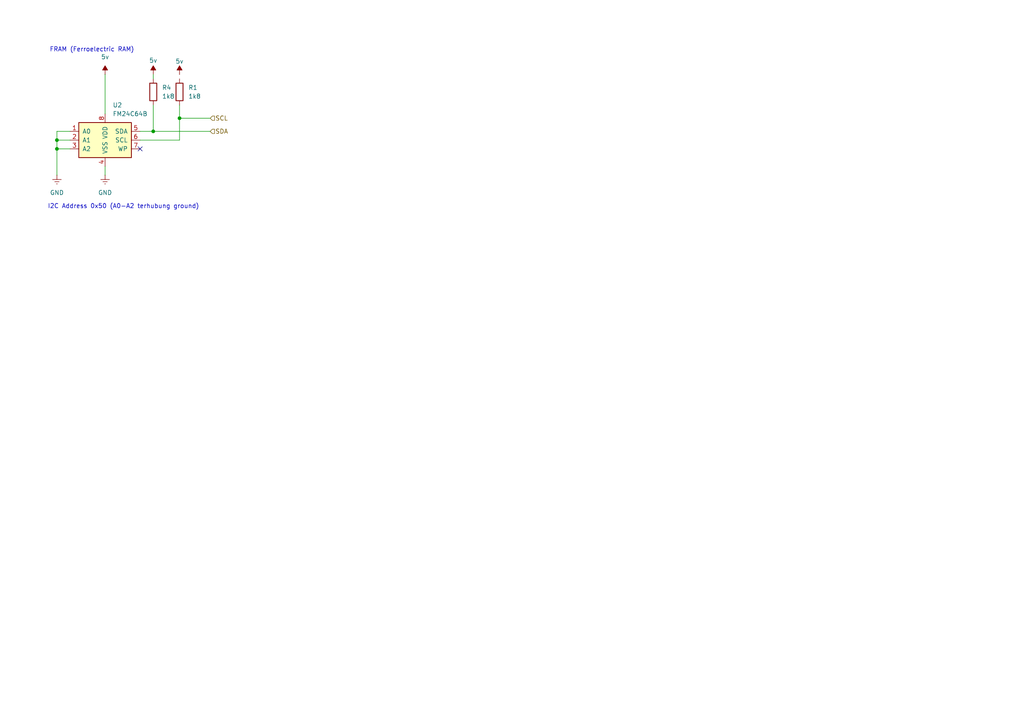
<source format=kicad_sch>
(kicad_sch (version 20231120) (generator "eeschema") (generator_version "8.0")
  (paper "A4")
  (lib_symbols
    (symbol "Device:R" (pin_numbers hide) (pin_names (offset 0))
      (property "Reference" "R" (at 2.032 0 90))
      (property "Value" "R" (at 0 0 90))
      (symbol "R_0_1"
        (rectangle (start -1.016 -2.54) (end 1.016 2.54) (stroke (width 0.254)))
      )
      (symbol "R_1_1"
        (pin passive line (at 0 3.81 270) (length 1.27) (name "~") (number "1"))
        (pin passive line (at 0 -3.81 90) (length 1.27) (name "~") (number "2"))
      )
    )
    (symbol "Memory_NVRAM:FM24C64B" (pin_names (offset 1.016))
      (property "Reference" "U" (at -5.08 8.89 0))
      (property "Value" "FM24C64B" (at 6.35 -8.89 0))
      (symbol "FM24C64B_0_1"
        (rectangle (start -7.62 5.08) (end 7.62 -5.08) (stroke (width 0.254)) (fill (type background)))
      )
      (symbol "FM24C64B_1_1"
        (pin input line (at -10.16 2.54 0) (length 2.54) (name "A0") (number "1"))
        (pin input line (at -10.16 0 0) (length 2.54) (name "A1") (number "2"))
        (pin input line (at -10.16 -2.54 0) (length 2.54) (name "A2") (number "3"))
        (pin power_in line (at 0 -7.62 90) (length 2.54) (name "VSS") (number "4"))
        (pin bidirectional line (at 10.16 2.54 180) (length 2.54) (name "SDA") (number "5"))
        (pin input line (at 10.16 0 180) (length 2.54) (name "SCL") (number "6"))
        (pin input line (at 10.16 -2.54 180) (length 2.54) (name "WP") (number "7"))
        (pin power_in line (at 0 7.62 270) (length 2.54) (name "VDD") (number "8"))
      )
    )
    (symbol "power:-2V5" (power) (pin_numbers hide) (pin_names (offset 0) hide)
      (property "Value" "-2V5" (at 0 3.556 0))
      (symbol "-2V5_0_0"
        (pin power_in line (at 0 0 90) (length 0) (name "~") (number "1"))
      )
      (symbol "-2V5_0_1"
        (polyline (pts (xy 0 0) (xy 0 1.27) (xy 0.762 1.27) (xy 0 2.54) (xy -0.762 1.27) (xy 0 1.27)) (fill (type outline)))
      )
    )
    (symbol "power:GNDREF" (power) (pin_numbers hide) (pin_names (offset 0) hide)
      (property "Value" "GNDREF" (at 0 -3.81 0))
      (symbol "GNDREF_0_1"
        (polyline (pts (xy -0.635 -1.905) (xy 0.635 -1.905)))
        (polyline (pts (xy -0.127 -2.54) (xy 0.127 -2.54)))
        (polyline (pts (xy 0 -1.27) (xy 0 0)))
        (polyline (pts (xy 1.27 -1.27) (xy -1.27 -1.27)))
      )
      (symbol "GNDREF_1_1"
        (pin power_in line (at 0 0 270) (length 0) (name "~") (number "1"))
      )
    )
  )
  (junction (at 16.51 43.18))
  (junction (at 52.07 34.29))
  (junction (at 16.51 40.64))
  (junction (at 44.45 38.1))
  (no_connect (at 40.64 43.18))
  (wire (pts (xy 52.07 34.29) (xy 60.96 34.29)))
  (wire (pts (xy 16.51 40.64) (xy 20.32 40.64)))
  (wire (pts (xy 40.64 38.1) (xy 44.45 38.1)))
  (wire (pts (xy 16.51 40.64) (xy 16.51 43.18)))
  (wire (pts (xy 16.51 43.18) (xy 20.32 43.18)))
  (wire (pts (xy 16.51 43.18) (xy 16.51 50.8)))
  (wire (pts (xy 30.48 48.26) (xy 30.48 50.8)))
  (wire (pts (xy 44.45 38.1) (xy 44.45 30.48)))
  (wire (pts (xy 44.45 21.59) (xy 44.45 22.86)))
  (wire (pts (xy 52.07 34.29) (xy 52.07 40.64)))
  (wire (pts (xy 44.45 38.1) (xy 60.96 38.1)))
  (wire (pts (xy 30.48 21.59) (xy 30.48 33.02)))
  (wire (pts (xy 40.64 40.64) (xy 52.07 40.64)))
  (wire (pts (xy 16.51 38.1) (xy 16.51 40.64)))
  (wire (pts (xy 20.32 38.1) (xy 16.51 38.1)))
  (wire (pts (xy 52.07 30.48) (xy 52.07 34.29)))
  (text "FRAM (Ferroelectric RAM)" (at 26.67 14.478 0) (effects (font (size 1.27 1.27))))
  (text "I2C Address 0x50 (A0-A2 terhubung ground)" (at 35.814 59.944 0) (effects (font (size 1.27 1.27))))
  (hierarchical_label "SCL" (shape input) (at 60.96 34.29 0))
  (hierarchical_label "SDA" (shape input) (at 60.96 38.1 0))
  (symbol (lib_id "Device:R") (at 52.07 26.67 0) (unit 1)
    (property "Reference" "R1" (at 54.61 25.3999 0) (effects (justify left)))
    (property "Value" "1k8" (at 54.61 27.9399 0) (effects (justify left)))
    (property "Footprint" "Resistor_THT:R_Axial_DIN0204_L3.6mm_D1.6mm_P5.08mm_Horizontal" (effects (hide yes)))
    (property "Description" "Resistor" (effects (hide yes)))
  )
  (symbol (lib_id "power:GNDREF") (at 16.51 50.8 0) (unit 1)
    (property "Reference" "#PWR08" (effects (hide yes)))
    (property "Value" "GND" (at 16.51 55.88 0))
    (property "Description" "Power symbol creates a global label with name \"GNDREF\" , reference supply ground" (effects (hide yes)))
  )
  (symbol (lib_id "power:-2V5") (at 52.07 21.59 0) (unit 1)
    (property "Reference" "#PWR07" (effects (hide yes)))
    (property "Value" "5v" (at 52.07 17.78 0))
    (property "Description" "Power symbol creates a global label with name \"-2V5\"" (effects (hide yes)))
  )
  (symbol (lib_id "power:-2V5") (at 30.48 21.59 0) (unit 1)
    (property "Reference" "#PWR010" (effects (hide yes)))
    (property "Value" "5v" (at 30.48 16.51 0))
    (property "Description" "Power symbol creates a global label with name \"-2V5\"" (effects (hide yes)))
  )
  (symbol (lib_id "power:GNDREF") (at 30.48 50.8 0) (unit 1)
    (property "Reference" "#PWR09" (effects (hide yes)))
    (property "Value" "GND" (at 30.48 55.88 0))
    (property "Description" "Power symbol creates a global label with name \"GNDREF\" , reference supply ground" (effects (hide yes)))
  )
  (symbol (lib_id "power:-2V5") (at 44.45 21.59 0) (unit 1)
    (property "Reference" "#PWR06" (effects (hide yes)))
    (property "Value" "5v" (at 44.45 17.526 0))
    (property "Description" "Power symbol creates a global label with name \"-2V5\"" (effects (hide yes)))
  )
  (symbol (lib_id "Device:R") (at 44.45 26.67 0) (unit 1)
    (property "Reference" "R4" (at 46.99 25.3999 0) (effects (justify left)))
    (property "Value" "1k8" (at 46.99 27.9399 0) (effects (justify left)))
    (property "Footprint" "Resistor_THT:R_Axial_DIN0204_L3.6mm_D1.6mm_P5.08mm_Horizontal" (effects (hide yes)))
    (property "Description" "Resistor" (effects (hide yes)))
  )
  (symbol (lib_id "Memory_NVRAM:FM24C64B") (at 30.48 40.64 0) (unit 1)
    (property "Reference" "U2" (at 32.6741 30.48 0) (effects (justify left)))
    (property "Value" "FM24C64B" (at 32.6741 33.02 0) (effects (justify left)))
    (property "Footprint" "Package_SO:SOIC-8_3.9x4.9mm_P1.27mm" (effects (hide yes)))
    (property "Datasheet" "http://www.cypress.com/file/41651/download" (effects (hide yes)))
    (property "Description" "64Kb serial FRAM nonvolatile Memory, SOIC-8" (effects (hide yes)))
  )
)
</source>
